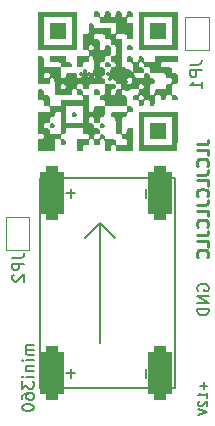
<source format=gbo>
%TF.GenerationSoftware,KiCad,Pcbnew,(6.0.0)*%
%TF.CreationDate,2022-02-01T12:30:33+01:00*%
%TF.ProjectId,RGBW-Controller,52474257-2d43-46f6-9e74-726f6c6c6572,rev?*%
%TF.SameCoordinates,Original*%
%TF.FileFunction,Legend,Bot*%
%TF.FilePolarity,Positive*%
%FSLAX46Y46*%
G04 Gerber Fmt 4.6, Leading zero omitted, Abs format (unit mm)*
G04 Created by KiCad (PCBNEW (6.0.0)) date 2022-02-01 12:30:33*
%MOMM*%
%LPD*%
G01*
G04 APERTURE LIST*
G04 Aperture macros list*
%AMRoundRect*
0 Rectangle with rounded corners*
0 $1 Rounding radius*
0 $2 $3 $4 $5 $6 $7 $8 $9 X,Y pos of 4 corners*
0 Add a 4 corners polygon primitive as box body*
4,1,4,$2,$3,$4,$5,$6,$7,$8,$9,$2,$3,0*
0 Add four circle primitives for the rounded corners*
1,1,$1+$1,$2,$3*
1,1,$1+$1,$4,$5*
1,1,$1+$1,$6,$7*
1,1,$1+$1,$8,$9*
0 Add four rect primitives between the rounded corners*
20,1,$1+$1,$2,$3,$4,$5,0*
20,1,$1+$1,$4,$5,$6,$7,0*
20,1,$1+$1,$6,$7,$8,$9,0*
20,1,$1+$1,$8,$9,$2,$3,0*%
G04 Aperture macros list end*
%ADD10C,0.175000*%
%ADD11C,0.250000*%
%ADD12C,0.200000*%
%ADD13C,0.300000*%
%ADD14C,0.150000*%
%ADD15C,0.120000*%
%ADD16R,1.700000X1.700000*%
%ADD17O,1.700000X1.700000*%
%ADD18RoundRect,0.500000X0.500000X-1.750000X0.500000X1.750000X-0.500000X1.750000X-0.500000X-1.750000X0*%
%ADD19R,1.500000X1.000000*%
G04 APERTURE END LIST*
D10*
X144681171Y-90982171D02*
X144681171Y-91553600D01*
X144966885Y-91267885D02*
X144395457Y-91267885D01*
X144966885Y-92303600D02*
X144966885Y-91875028D01*
X144966885Y-92089314D02*
X144216885Y-92089314D01*
X144324028Y-92017885D01*
X144395457Y-91946457D01*
X144431171Y-91875028D01*
X144288314Y-92589314D02*
X144252600Y-92625028D01*
X144216885Y-92696457D01*
X144216885Y-92875028D01*
X144252600Y-92946457D01*
X144288314Y-92982171D01*
X144359742Y-93017885D01*
X144431171Y-93017885D01*
X144538314Y-92982171D01*
X144966885Y-92553600D01*
X144966885Y-93017885D01*
X144216885Y-93232171D02*
X144966885Y-93482171D01*
X144216885Y-93732171D01*
D11*
X144079980Y-70818952D02*
X144794266Y-70818952D01*
X144937123Y-70771333D01*
X145032361Y-70676095D01*
X145079980Y-70533238D01*
X145079980Y-70438000D01*
X145079980Y-71771333D02*
X145079980Y-71295142D01*
X144079980Y-71295142D01*
X144984742Y-72676095D02*
X145032361Y-72628476D01*
X145079980Y-72485619D01*
X145079980Y-72390380D01*
X145032361Y-72247523D01*
X144937123Y-72152285D01*
X144841885Y-72104666D01*
X144651409Y-72057047D01*
X144508552Y-72057047D01*
X144318076Y-72104666D01*
X144222838Y-72152285D01*
X144127600Y-72247523D01*
X144079980Y-72390380D01*
X144079980Y-72485619D01*
X144127600Y-72628476D01*
X144175219Y-72676095D01*
X144079980Y-73390380D02*
X144794266Y-73390380D01*
X144937123Y-73342761D01*
X145032361Y-73247523D01*
X145079980Y-73104666D01*
X145079980Y-73009428D01*
X145079980Y-74342761D02*
X145079980Y-73866571D01*
X144079980Y-73866571D01*
X144984742Y-75247523D02*
X145032361Y-75199904D01*
X145079980Y-75057047D01*
X145079980Y-74961809D01*
X145032361Y-74818952D01*
X144937123Y-74723714D01*
X144841885Y-74676095D01*
X144651409Y-74628476D01*
X144508552Y-74628476D01*
X144318076Y-74676095D01*
X144222838Y-74723714D01*
X144127600Y-74818952D01*
X144079980Y-74961809D01*
X144079980Y-75057047D01*
X144127600Y-75199904D01*
X144175219Y-75247523D01*
X144079980Y-75961809D02*
X144794266Y-75961809D01*
X144937123Y-75914190D01*
X145032361Y-75818952D01*
X145079980Y-75676095D01*
X145079980Y-75580857D01*
X145079980Y-76914190D02*
X145079980Y-76438000D01*
X144079980Y-76438000D01*
X144984742Y-77818952D02*
X145032361Y-77771333D01*
X145079980Y-77628476D01*
X145079980Y-77533238D01*
X145032361Y-77390380D01*
X144937123Y-77295142D01*
X144841885Y-77247523D01*
X144651409Y-77199904D01*
X144508552Y-77199904D01*
X144318076Y-77247523D01*
X144222838Y-77295142D01*
X144127600Y-77390380D01*
X144079980Y-77533238D01*
X144079980Y-77628476D01*
X144127600Y-77771333D01*
X144175219Y-77818952D01*
X144079980Y-78533238D02*
X144794266Y-78533238D01*
X144937123Y-78485619D01*
X145032361Y-78390380D01*
X145079980Y-78247523D01*
X145079980Y-78152285D01*
X145079980Y-79485619D02*
X145079980Y-79009428D01*
X144079980Y-79009428D01*
X144984742Y-80390380D02*
X145032361Y-80342761D01*
X145079980Y-80199904D01*
X145079980Y-80104666D01*
X145032361Y-79961809D01*
X144937123Y-79866571D01*
X144841885Y-79818952D01*
X144651409Y-79771333D01*
X144508552Y-79771333D01*
X144318076Y-79818952D01*
X144222838Y-79866571D01*
X144127600Y-79961809D01*
X144079980Y-80104666D01*
X144079980Y-80199904D01*
X144127600Y-80342761D01*
X144175219Y-80390380D01*
D12*
X144178400Y-83210495D02*
X144130780Y-83115257D01*
X144130780Y-82972400D01*
X144178400Y-82829542D01*
X144273638Y-82734304D01*
X144368876Y-82686685D01*
X144559352Y-82639066D01*
X144702209Y-82639066D01*
X144892685Y-82686685D01*
X144987923Y-82734304D01*
X145083161Y-82829542D01*
X145130780Y-82972400D01*
X145130780Y-83067638D01*
X145083161Y-83210495D01*
X145035542Y-83258114D01*
X144702209Y-83258114D01*
X144702209Y-83067638D01*
X145130780Y-83686685D02*
X144130780Y-83686685D01*
X145130780Y-84258114D01*
X144130780Y-84258114D01*
X145130780Y-84734304D02*
X144130780Y-84734304D01*
X144130780Y-84972400D01*
X144178400Y-85115257D01*
X144273638Y-85210495D01*
X144368876Y-85258114D01*
X144559352Y-85305733D01*
X144702209Y-85305733D01*
X144892685Y-85258114D01*
X144987923Y-85210495D01*
X145083161Y-85115257D01*
X145130780Y-84972400D01*
X145130780Y-84734304D01*
D13*
%TO.C,G\u002A\u002A\u002A*%
X137892971Y-64719200D02*
X138038114Y-64646628D01*
X138255828Y-64646628D01*
X138473542Y-64719200D01*
X138618685Y-64864342D01*
X138691257Y-65009485D01*
X138763828Y-65299771D01*
X138763828Y-65517485D01*
X138691257Y-65807771D01*
X138618685Y-65952914D01*
X138473542Y-66098057D01*
X138255828Y-66170628D01*
X138110685Y-66170628D01*
X137892971Y-66098057D01*
X137820400Y-66025485D01*
X137820400Y-65517485D01*
X138110685Y-65517485D01*
X136949542Y-64646628D02*
X136949542Y-65009485D01*
X137312400Y-64864342D02*
X136949542Y-65009485D01*
X136586685Y-64864342D01*
X137167257Y-65299771D02*
X136949542Y-65009485D01*
X136731828Y-65299771D01*
X135788400Y-64646628D02*
X135788400Y-65009485D01*
X136151257Y-64864342D02*
X135788400Y-65009485D01*
X135425542Y-64864342D01*
X136006114Y-65299771D02*
X135788400Y-65009485D01*
X135570685Y-65299771D01*
X134627257Y-64646628D02*
X134627257Y-65009485D01*
X134990114Y-64864342D02*
X134627257Y-65009485D01*
X134264400Y-64864342D01*
X134844971Y-65299771D02*
X134627257Y-65009485D01*
X134409542Y-65299771D01*
D14*
%TO.C,mini360*%
X130297180Y-87790685D02*
X129630514Y-87790685D01*
X129725752Y-87790685D02*
X129678133Y-87838304D01*
X129630514Y-87933542D01*
X129630514Y-88076400D01*
X129678133Y-88171638D01*
X129773371Y-88219257D01*
X130297180Y-88219257D01*
X129773371Y-88219257D02*
X129678133Y-88266876D01*
X129630514Y-88362114D01*
X129630514Y-88504971D01*
X129678133Y-88600209D01*
X129773371Y-88647828D01*
X130297180Y-88647828D01*
X130297180Y-89124019D02*
X129630514Y-89124019D01*
X129297180Y-89124019D02*
X129344800Y-89076400D01*
X129392419Y-89124019D01*
X129344800Y-89171638D01*
X129297180Y-89124019D01*
X129392419Y-89124019D01*
X129630514Y-89600209D02*
X130297180Y-89600209D01*
X129725752Y-89600209D02*
X129678133Y-89647828D01*
X129630514Y-89743066D01*
X129630514Y-89885923D01*
X129678133Y-89981161D01*
X129773371Y-90028780D01*
X130297180Y-90028780D01*
X130297180Y-90504971D02*
X129630514Y-90504971D01*
X129297180Y-90504971D02*
X129344800Y-90457352D01*
X129392419Y-90504971D01*
X129344800Y-90552590D01*
X129297180Y-90504971D01*
X129392419Y-90504971D01*
X129297180Y-90885923D02*
X129297180Y-91504971D01*
X129678133Y-91171638D01*
X129678133Y-91314495D01*
X129725752Y-91409733D01*
X129773371Y-91457352D01*
X129868609Y-91504971D01*
X130106704Y-91504971D01*
X130201942Y-91457352D01*
X130249561Y-91409733D01*
X130297180Y-91314495D01*
X130297180Y-91028780D01*
X130249561Y-90933542D01*
X130201942Y-90885923D01*
X129297180Y-92362114D02*
X129297180Y-92171638D01*
X129344800Y-92076400D01*
X129392419Y-92028780D01*
X129535276Y-91933542D01*
X129725752Y-91885923D01*
X130106704Y-91885923D01*
X130201942Y-91933542D01*
X130249561Y-91981161D01*
X130297180Y-92076400D01*
X130297180Y-92266876D01*
X130249561Y-92362114D01*
X130201942Y-92409733D01*
X130106704Y-92457352D01*
X129868609Y-92457352D01*
X129773371Y-92409733D01*
X129725752Y-92362114D01*
X129678133Y-92266876D01*
X129678133Y-92076400D01*
X129725752Y-91981161D01*
X129773371Y-91933542D01*
X129868609Y-91885923D01*
X129297180Y-93076400D02*
X129297180Y-93171638D01*
X129344800Y-93266876D01*
X129392419Y-93314495D01*
X129487657Y-93362114D01*
X129678133Y-93409733D01*
X129916228Y-93409733D01*
X130106704Y-93362114D01*
X130201942Y-93314495D01*
X130249561Y-93266876D01*
X130297180Y-93171638D01*
X130297180Y-93076400D01*
X130249561Y-92981161D01*
X130201942Y-92933542D01*
X130106704Y-92885923D01*
X129916228Y-92838304D01*
X129678133Y-92838304D01*
X129487657Y-92885923D01*
X129392419Y-92933542D01*
X129344800Y-92981161D01*
X129297180Y-93076400D01*
X139771428Y-74599847D02*
X139771428Y-75361752D01*
X133421428Y-74599847D02*
X133421428Y-75361752D01*
X133802380Y-74980800D02*
X133040476Y-74980800D01*
X133421428Y-89839847D02*
X133421428Y-90601752D01*
X133802380Y-90220800D02*
X133040476Y-90220800D01*
X139771428Y-89839847D02*
X139771428Y-90601752D01*
%TO.C,JP2*%
X128484380Y-80446666D02*
X129198666Y-80446666D01*
X129341523Y-80399047D01*
X129436761Y-80303809D01*
X129484380Y-80160952D01*
X129484380Y-80065714D01*
X129484380Y-80922857D02*
X128484380Y-80922857D01*
X128484380Y-81303809D01*
X128532000Y-81399047D01*
X128579619Y-81446666D01*
X128674857Y-81494285D01*
X128817714Y-81494285D01*
X128912952Y-81446666D01*
X128960571Y-81399047D01*
X129008190Y-81303809D01*
X129008190Y-80922857D01*
X128579619Y-81875238D02*
X128532000Y-81922857D01*
X128484380Y-82018095D01*
X128484380Y-82256190D01*
X128532000Y-82351428D01*
X128579619Y-82399047D01*
X128674857Y-82446666D01*
X128770095Y-82446666D01*
X128912952Y-82399047D01*
X129484380Y-81827619D01*
X129484380Y-82446666D01*
%TO.C,JP1*%
X143521180Y-64089066D02*
X144235466Y-64089066D01*
X144378323Y-64041447D01*
X144473561Y-63946209D01*
X144521180Y-63803352D01*
X144521180Y-63708114D01*
X144521180Y-64565257D02*
X143521180Y-64565257D01*
X143521180Y-64946209D01*
X143568800Y-65041447D01*
X143616419Y-65089066D01*
X143711657Y-65136685D01*
X143854514Y-65136685D01*
X143949752Y-65089066D01*
X143997371Y-65041447D01*
X144044990Y-64946209D01*
X144044990Y-64565257D01*
X144521180Y-66089066D02*
X144521180Y-65517638D01*
X144521180Y-65803352D02*
X143521180Y-65803352D01*
X143664038Y-65708114D01*
X143759276Y-65612876D01*
X143806895Y-65517638D01*
%TO.C,G\u002A\u002A\u002A*%
G36*
X136660855Y-63877588D02*
G01*
X136777063Y-63932928D01*
X136804400Y-64084200D01*
X136798334Y-64176245D01*
X136731927Y-64273085D01*
X136550400Y-64295867D01*
X136439946Y-64290812D01*
X136323738Y-64235472D01*
X136296400Y-64084200D01*
X136302466Y-63992154D01*
X136368873Y-63895314D01*
X136550400Y-63872533D01*
X136660855Y-63877588D01*
G37*
G36*
X142443854Y-65676136D02*
G01*
X142368274Y-65727380D01*
X142223067Y-65735200D01*
X142219183Y-65735200D01*
X142075656Y-65743499D01*
X142001283Y-65796090D01*
X141973332Y-65934652D01*
X141969067Y-66200867D01*
X141969067Y-66207988D01*
X141973594Y-66471120D01*
X142002279Y-66607469D01*
X142077859Y-66658714D01*
X142223067Y-66666533D01*
X142333521Y-66671588D01*
X142449729Y-66726928D01*
X142477067Y-66878200D01*
X142471001Y-66970245D01*
X142404594Y-67067085D01*
X142223067Y-67089867D01*
X142112612Y-67084812D01*
X141996404Y-67029472D01*
X141969067Y-66878200D01*
X141963001Y-66786154D01*
X141896594Y-66689314D01*
X141715067Y-66666533D01*
X141604612Y-66671588D01*
X141488404Y-66726928D01*
X141461067Y-66878200D01*
X141460173Y-66917207D01*
X141410522Y-67054897D01*
X141249400Y-67089867D01*
X141210393Y-67088973D01*
X141072703Y-67039322D01*
X141037733Y-66878200D01*
X141031668Y-66786154D01*
X140965260Y-66689314D01*
X140783733Y-66666533D01*
X140779849Y-66666534D01*
X140636322Y-66674832D01*
X140561950Y-66727423D01*
X140533999Y-66865986D01*
X140533803Y-66878200D01*
X140529733Y-67132200D01*
X140526266Y-67364763D01*
X140502414Y-67521890D01*
X140439293Y-67585779D01*
X140318067Y-67597867D01*
X140226021Y-67591801D01*
X140129181Y-67525393D01*
X140106400Y-67343867D01*
X140098619Y-67209806D01*
X140032308Y-67110846D01*
X139852400Y-67089867D01*
X139718340Y-67097648D01*
X139619379Y-67163958D01*
X139598400Y-67343867D01*
X139593345Y-67454321D01*
X139538006Y-67570529D01*
X139386733Y-67597867D01*
X139294688Y-67591801D01*
X139197848Y-67525393D01*
X139175067Y-67343867D01*
X139167285Y-67209806D01*
X139100975Y-67110846D01*
X138921067Y-67089867D01*
X138810612Y-67084812D01*
X138694404Y-67029472D01*
X138667067Y-66878200D01*
X139175067Y-66878200D01*
X139175961Y-66917207D01*
X139225612Y-67054897D01*
X139386733Y-67089867D01*
X139425740Y-67088973D01*
X139563431Y-67039322D01*
X139598400Y-66878200D01*
X139597506Y-66839193D01*
X139547855Y-66701503D01*
X139386733Y-66666533D01*
X139347727Y-66667427D01*
X139210036Y-66717078D01*
X139175067Y-66878200D01*
X138667067Y-66878200D01*
X138673133Y-66786154D01*
X138739540Y-66689314D01*
X138921067Y-66666533D01*
X139055127Y-66658752D01*
X139154088Y-66592441D01*
X139175067Y-66412533D01*
X139175067Y-66158533D01*
X137735733Y-66158533D01*
X137735733Y-66412533D01*
X137740788Y-66522988D01*
X137796128Y-66639196D01*
X137947400Y-66666533D01*
X138053111Y-66674162D01*
X138124532Y-66726636D01*
X138153572Y-66865503D01*
X138159067Y-67132200D01*
X138159067Y-67139321D01*
X138163594Y-67402454D01*
X138192279Y-67538803D01*
X138267859Y-67590047D01*
X138413067Y-67597867D01*
X138547127Y-67605648D01*
X138646088Y-67671958D01*
X138667067Y-67851867D01*
X138659285Y-67985927D01*
X138592975Y-68084887D01*
X138413067Y-68105867D01*
X138302612Y-68110921D01*
X138186404Y-68166261D01*
X138159067Y-68317533D01*
X138158173Y-68356540D01*
X138108522Y-68494230D01*
X137947400Y-68529200D01*
X137845712Y-68535621D01*
X137782806Y-68577273D01*
X137750081Y-68687681D01*
X137737677Y-68900370D01*
X137735733Y-69248867D01*
X137737622Y-69594607D01*
X137749873Y-69808488D01*
X137782346Y-69919752D01*
X137844901Y-69961926D01*
X137947400Y-69968533D01*
X138039446Y-69962467D01*
X138136286Y-69896060D01*
X138159067Y-69714533D01*
X138166848Y-69580473D01*
X138233159Y-69481512D01*
X138413067Y-69460533D01*
X138667067Y-69460533D01*
X138667067Y-71407867D01*
X137227733Y-71407867D01*
X137227733Y-71153867D01*
X137222679Y-71043412D01*
X137167339Y-70927204D01*
X137016067Y-70899867D01*
X136924021Y-70905932D01*
X136827181Y-70972340D01*
X136804400Y-71153867D01*
X136796619Y-71287927D01*
X136730308Y-71386887D01*
X136550400Y-71407867D01*
X136296400Y-71407867D01*
X136296400Y-70899867D01*
X136296395Y-70882061D01*
X136291305Y-70607958D01*
X136265377Y-70461399D01*
X136202042Y-70402623D01*
X136084733Y-70391867D01*
X135992688Y-70397932D01*
X135895848Y-70464340D01*
X135873067Y-70645867D01*
X135865285Y-70779927D01*
X135798975Y-70878887D01*
X135619067Y-70899867D01*
X135485007Y-70892085D01*
X135386046Y-70825775D01*
X135365067Y-70645867D01*
X135360012Y-70535412D01*
X135304672Y-70419204D01*
X135153400Y-70391867D01*
X135061355Y-70397932D01*
X134964515Y-70464340D01*
X134941733Y-70645867D01*
X134933952Y-70779927D01*
X134867642Y-70878887D01*
X134687733Y-70899867D01*
X134553673Y-70907648D01*
X134454713Y-70973958D01*
X134433733Y-71153867D01*
X134425952Y-71287927D01*
X134359642Y-71386887D01*
X134179733Y-71407867D01*
X133925733Y-71407867D01*
X133925733Y-70391867D01*
X134433733Y-70391867D01*
X134451539Y-70391862D01*
X134725642Y-70386772D01*
X134872201Y-70360843D01*
X134930977Y-70297508D01*
X134941733Y-70180200D01*
X134935668Y-70088154D01*
X134869260Y-69991314D01*
X134687733Y-69968533D01*
X134553673Y-69960752D01*
X134454713Y-69894441D01*
X134433733Y-69714533D01*
X134433733Y-69460533D01*
X132994400Y-69460533D01*
X132994400Y-69714533D01*
X132989345Y-69824988D01*
X132934006Y-69941196D01*
X132782733Y-69968533D01*
X132743727Y-69969427D01*
X132606036Y-70019078D01*
X132571067Y-70180200D01*
X132571961Y-70219207D01*
X132621612Y-70356897D01*
X132782733Y-70391867D01*
X132874779Y-70397932D01*
X132971619Y-70464340D01*
X132994400Y-70645867D01*
X132989345Y-70756321D01*
X132934006Y-70872529D01*
X132782733Y-70899867D01*
X132690688Y-70893801D01*
X132593848Y-70827393D01*
X132571067Y-70645867D01*
X132563285Y-70511806D01*
X132496975Y-70412846D01*
X132317067Y-70391867D01*
X132063067Y-70391867D01*
X132063067Y-71407867D01*
X130623733Y-71407867D01*
X130623733Y-70391867D01*
X130877733Y-70391867D01*
X130988188Y-70386812D01*
X131104396Y-70331472D01*
X131131733Y-70180200D01*
X131125668Y-70088154D01*
X131059260Y-69991314D01*
X130877733Y-69968533D01*
X130623733Y-69968533D01*
X130623733Y-69248867D01*
X131131733Y-69248867D01*
X131137799Y-69340912D01*
X131204207Y-69437752D01*
X131385733Y-69460533D01*
X131519794Y-69468315D01*
X131618754Y-69534625D01*
X131639733Y-69714533D01*
X131639734Y-69718417D01*
X131648032Y-69861944D01*
X131700623Y-69936317D01*
X131839186Y-69964268D01*
X132105400Y-69968533D01*
X132571067Y-69968533D01*
X132571067Y-69037200D01*
X132994400Y-69037200D01*
X134433733Y-69037200D01*
X134433733Y-68783200D01*
X134941733Y-68783200D01*
X134946788Y-68893654D01*
X135002128Y-69009862D01*
X135153400Y-69037200D01*
X135192407Y-69038094D01*
X135330097Y-69087745D01*
X135365067Y-69248867D01*
X135371133Y-69340912D01*
X135437540Y-69437752D01*
X135619067Y-69460533D01*
X135753127Y-69468315D01*
X135852088Y-69534625D01*
X135873067Y-69714533D01*
X135865285Y-69848593D01*
X135798975Y-69947554D01*
X135619067Y-69968533D01*
X135508612Y-69973588D01*
X135392404Y-70028928D01*
X135365067Y-70180200D01*
X135371133Y-70272245D01*
X135437540Y-70369085D01*
X135619067Y-70391867D01*
X135729521Y-70386812D01*
X135845729Y-70331472D01*
X135873067Y-70180200D01*
X135873961Y-70141193D01*
X135923612Y-70003503D01*
X136084733Y-69968533D01*
X136123740Y-69969427D01*
X136261431Y-70019078D01*
X136296400Y-70180200D01*
X136304029Y-70285910D01*
X136356503Y-70357332D01*
X136495370Y-70386372D01*
X136762067Y-70391867D01*
X136769188Y-70391867D01*
X137032321Y-70396393D01*
X137168670Y-70425079D01*
X137219914Y-70500659D01*
X137227733Y-70645867D01*
X137227734Y-70649751D01*
X137236032Y-70793278D01*
X137288623Y-70867650D01*
X137427186Y-70895601D01*
X137693400Y-70899867D01*
X137700521Y-70899866D01*
X137963654Y-70895340D01*
X138100003Y-70866654D01*
X138151247Y-70791074D01*
X138159067Y-70645867D01*
X138154012Y-70535412D01*
X138098672Y-70419204D01*
X137947400Y-70391867D01*
X137908393Y-70390973D01*
X137770703Y-70341322D01*
X137735733Y-70180200D01*
X137729668Y-70088154D01*
X137663260Y-69991314D01*
X137481733Y-69968533D01*
X137227733Y-69968533D01*
X137227733Y-69248867D01*
X137225845Y-68903126D01*
X137213594Y-68689245D01*
X137181121Y-68577981D01*
X137118566Y-68535807D01*
X137016067Y-68529200D01*
X136977060Y-68528306D01*
X136839370Y-68478655D01*
X136804400Y-68317533D01*
X136808510Y-68228329D01*
X136843741Y-68158557D01*
X136944656Y-68122087D01*
X137145804Y-68108122D01*
X137481733Y-68105867D01*
X138159067Y-68105867D01*
X138159067Y-67597867D01*
X136296400Y-67597867D01*
X136296400Y-68063533D01*
X136292932Y-68296096D01*
X136269081Y-68453223D01*
X136205959Y-68517112D01*
X136084733Y-68529200D01*
X135992688Y-68535266D01*
X135895848Y-68601673D01*
X135873067Y-68783200D01*
X135865285Y-68917260D01*
X135798975Y-69016221D01*
X135619067Y-69037200D01*
X135485007Y-69029418D01*
X135386046Y-68963108D01*
X135365067Y-68783200D01*
X135360012Y-68672745D01*
X135304672Y-68556537D01*
X135153400Y-68529200D01*
X135061355Y-68535266D01*
X134964515Y-68601673D01*
X134941733Y-68783200D01*
X134433733Y-68783200D01*
X134433733Y-67597867D01*
X132994400Y-67597867D01*
X132994400Y-69037200D01*
X132571067Y-69037200D01*
X132571067Y-68105867D01*
X132317067Y-68105867D01*
X132206612Y-68110921D01*
X132090404Y-68166261D01*
X132063067Y-68317533D01*
X132062173Y-68356540D01*
X132012522Y-68494230D01*
X131851400Y-68529200D01*
X131759355Y-68535266D01*
X131662515Y-68601673D01*
X131639733Y-68783200D01*
X131631952Y-68917260D01*
X131565642Y-69016221D01*
X131385733Y-69037200D01*
X131275279Y-69042255D01*
X131159071Y-69097594D01*
X131131733Y-69248867D01*
X130623733Y-69248867D01*
X130623733Y-68105867D01*
X131639733Y-68105867D01*
X131639733Y-67851867D01*
X131631952Y-67717806D01*
X131565642Y-67618846D01*
X131385733Y-67597867D01*
X131251673Y-67590085D01*
X131152713Y-67523775D01*
X131131733Y-67343867D01*
X131123952Y-67209806D01*
X131057642Y-67110846D01*
X130877733Y-67089867D01*
X130873849Y-67089866D01*
X130730322Y-67081568D01*
X130655950Y-67028977D01*
X130627999Y-66890414D01*
X130623733Y-66624200D01*
X130623734Y-66617079D01*
X130628260Y-66353946D01*
X130656946Y-66217597D01*
X130732526Y-66166353D01*
X130877733Y-66158533D01*
X131011794Y-66166315D01*
X131110754Y-66232625D01*
X131131733Y-66412533D01*
X131139515Y-66546593D01*
X131205825Y-66645554D01*
X131385733Y-66666533D01*
X131389618Y-66666534D01*
X131533145Y-66674832D01*
X131607517Y-66727423D01*
X131635468Y-66865986D01*
X131639733Y-67132200D01*
X131639733Y-67597867D01*
X132105400Y-67597867D01*
X132112521Y-67597866D01*
X132375654Y-67593340D01*
X132512003Y-67564654D01*
X132563247Y-67489074D01*
X132571067Y-67343867D01*
X132571067Y-67089867D01*
X134433733Y-67089867D01*
X134433733Y-66878200D01*
X134427668Y-66786154D01*
X134361260Y-66689314D01*
X134179733Y-66666533D01*
X134045673Y-66658752D01*
X133946713Y-66592441D01*
X133925733Y-66412533D01*
X133920679Y-66302079D01*
X133865339Y-66185871D01*
X133714067Y-66158533D01*
X133622021Y-66164599D01*
X133525181Y-66231006D01*
X133502400Y-66412533D01*
X133502400Y-66666533D01*
X132063067Y-66666533D01*
X132063067Y-65946867D01*
X132571067Y-65946867D01*
X132571961Y-65985873D01*
X132621612Y-66123564D01*
X132782733Y-66158533D01*
X132821740Y-66157639D01*
X132959431Y-66107988D01*
X132994400Y-65946867D01*
X133925733Y-65946867D01*
X133931799Y-66038912D01*
X133998207Y-66135752D01*
X134179733Y-66158533D01*
X134313794Y-66166315D01*
X134412754Y-66232625D01*
X134433733Y-66412533D01*
X134441515Y-66546593D01*
X134507825Y-66645554D01*
X134687733Y-66666533D01*
X134941733Y-66666533D01*
X134941733Y-67386200D01*
X134943622Y-67731941D01*
X134955873Y-67945821D01*
X134988346Y-68057086D01*
X135050901Y-68099259D01*
X135153400Y-68105867D01*
X135245446Y-68099801D01*
X135342286Y-68033393D01*
X135365067Y-67851867D01*
X135365067Y-67847982D01*
X135373366Y-67704455D01*
X135425957Y-67630083D01*
X135564519Y-67602132D01*
X135830733Y-67597867D01*
X136296400Y-67597867D01*
X136296400Y-67343867D01*
X136291345Y-67233412D01*
X136236006Y-67117204D01*
X136084733Y-67089867D01*
X136045727Y-67088973D01*
X135908036Y-67039322D01*
X135873067Y-66878200D01*
X135873961Y-66839193D01*
X135923612Y-66701503D01*
X136084733Y-66666533D01*
X136190444Y-66658904D01*
X136261865Y-66606430D01*
X136290906Y-66467564D01*
X136296400Y-66200867D01*
X136296400Y-65735200D01*
X136762067Y-65735200D01*
X136994630Y-65738668D01*
X137151757Y-65762519D01*
X137215646Y-65825641D01*
X137227733Y-65946867D01*
X137226840Y-65985873D01*
X137177189Y-66123564D01*
X137016067Y-66158533D01*
X136924021Y-66164599D01*
X136827181Y-66231006D01*
X136804400Y-66412533D01*
X136809455Y-66522988D01*
X136864795Y-66639196D01*
X137016067Y-66666533D01*
X137108112Y-66660467D01*
X137204952Y-66594060D01*
X137227733Y-66412533D01*
X137235515Y-66278473D01*
X137301825Y-66179512D01*
X137481733Y-66158533D01*
X137592188Y-66153478D01*
X137708396Y-66098139D01*
X137735733Y-65946867D01*
X139175067Y-65946867D01*
X139175961Y-65985873D01*
X139225612Y-66123564D01*
X139386733Y-66158533D01*
X139425740Y-66157639D01*
X139563431Y-66107988D01*
X139598400Y-65946867D01*
X139597506Y-65907860D01*
X139547855Y-65770169D01*
X139386733Y-65735200D01*
X139347727Y-65736094D01*
X139210036Y-65785745D01*
X139175067Y-65946867D01*
X137735733Y-65946867D01*
X137729668Y-65854821D01*
X137663260Y-65757981D01*
X137481733Y-65735200D01*
X137477849Y-65735199D01*
X137334322Y-65726901D01*
X137259950Y-65674310D01*
X137231999Y-65535747D01*
X137231125Y-65481200D01*
X138159067Y-65481200D01*
X138166848Y-65615260D01*
X138233159Y-65714221D01*
X138413067Y-65735200D01*
X138547127Y-65727418D01*
X138646088Y-65661108D01*
X138667067Y-65481200D01*
X138667067Y-65477316D01*
X138675366Y-65333789D01*
X138727957Y-65259416D01*
X138866519Y-65231465D01*
X139132733Y-65227200D01*
X139365296Y-65223732D01*
X139522424Y-65199880D01*
X139586312Y-65136759D01*
X139598400Y-65015533D01*
X139604466Y-64923488D01*
X139670873Y-64826648D01*
X139852400Y-64803867D01*
X139962855Y-64808921D01*
X140079063Y-64864261D01*
X140106400Y-65015533D01*
X140107294Y-65054540D01*
X140156945Y-65192230D01*
X140318067Y-65227200D01*
X140410112Y-65233266D01*
X140506952Y-65299673D01*
X140529733Y-65481200D01*
X140524679Y-65591654D01*
X140469339Y-65707862D01*
X140318067Y-65735200D01*
X140212356Y-65742829D01*
X140140935Y-65795303D01*
X140111895Y-65934169D01*
X140111633Y-65946867D01*
X140106400Y-66200867D01*
X140109868Y-66433429D01*
X140133720Y-66590557D01*
X140196841Y-66654445D01*
X140318067Y-66666533D01*
X140410112Y-66660467D01*
X140506952Y-66594060D01*
X140529733Y-66412533D01*
X140529734Y-66408649D01*
X140538032Y-66265122D01*
X140590623Y-66190750D01*
X140729186Y-66162798D01*
X140995400Y-66158533D01*
X141227963Y-66155065D01*
X141385090Y-66131214D01*
X141448979Y-66068092D01*
X141461067Y-65946867D01*
X141467133Y-65854821D01*
X141533540Y-65757981D01*
X141715067Y-65735200D01*
X141849127Y-65727418D01*
X141948088Y-65661108D01*
X141969067Y-65481200D01*
X141961285Y-65347140D01*
X141894975Y-65248179D01*
X141715067Y-65227200D01*
X141604612Y-65222145D01*
X141488404Y-65166805D01*
X141461067Y-65015533D01*
X141456957Y-64926329D01*
X141421726Y-64856557D01*
X141320811Y-64820087D01*
X141119663Y-64806122D01*
X140783733Y-64803867D01*
X140106400Y-64803867D01*
X140106400Y-64549867D01*
X140098619Y-64415806D01*
X140032308Y-64316846D01*
X139852400Y-64295867D01*
X139741946Y-64290812D01*
X139625738Y-64235472D01*
X139598400Y-64084200D01*
X139597506Y-64045193D01*
X139547855Y-63907503D01*
X139386733Y-63872533D01*
X139347727Y-63873427D01*
X139210036Y-63923078D01*
X139175067Y-64084200D01*
X139175961Y-64123207D01*
X139225612Y-64260897D01*
X139386733Y-64295867D01*
X139478779Y-64301932D01*
X139575619Y-64368340D01*
X139598400Y-64549867D01*
X139598400Y-64553751D01*
X139590101Y-64697278D01*
X139537510Y-64771650D01*
X139398948Y-64799601D01*
X139132733Y-64803867D01*
X138900171Y-64807334D01*
X138743043Y-64831186D01*
X138679155Y-64894307D01*
X138667067Y-65015533D01*
X138661001Y-65107579D01*
X138594594Y-65204419D01*
X138413067Y-65227200D01*
X138279007Y-65234981D01*
X138180046Y-65301292D01*
X138159067Y-65481200D01*
X137231125Y-65481200D01*
X137227733Y-65269533D01*
X137224266Y-65036970D01*
X137200414Y-64879843D01*
X137137293Y-64815954D01*
X137016067Y-64803867D01*
X136924021Y-64797801D01*
X136827181Y-64731393D01*
X136804400Y-64549867D01*
X136809455Y-64439412D01*
X136864795Y-64323204D01*
X137016067Y-64295867D01*
X137055074Y-64294973D01*
X137192764Y-64245322D01*
X137227733Y-64084200D01*
X137226840Y-64045193D01*
X137177189Y-63907503D01*
X137016067Y-63872533D01*
X136924021Y-63866467D01*
X136827181Y-63800060D01*
X136804400Y-63618533D01*
X136809455Y-63508079D01*
X136864795Y-63391871D01*
X137016067Y-63364533D01*
X137121777Y-63356904D01*
X137193199Y-63304430D01*
X137222239Y-63165564D01*
X137227733Y-62898867D01*
X137224266Y-62666304D01*
X137200414Y-62509176D01*
X137137293Y-62445288D01*
X137016067Y-62433200D01*
X136924021Y-62427134D01*
X136827181Y-62360727D01*
X136804400Y-62179200D01*
X136796619Y-62045140D01*
X136730308Y-61946179D01*
X136550400Y-61925200D01*
X136439946Y-61920145D01*
X136323738Y-61864805D01*
X136296400Y-61713533D01*
X136288771Y-61607823D01*
X136236297Y-61536401D01*
X136097431Y-61507361D01*
X135830733Y-61501867D01*
X135598171Y-61505334D01*
X135441043Y-61529186D01*
X135377155Y-61592307D01*
X135365067Y-61713533D01*
X135371133Y-61805579D01*
X135437540Y-61902419D01*
X135619067Y-61925200D01*
X135622951Y-61925200D01*
X135766478Y-61933499D01*
X135840850Y-61986090D01*
X135868802Y-62124652D01*
X135873067Y-62390867D01*
X135876535Y-62623429D01*
X135879789Y-62644867D01*
X135900386Y-62780557D01*
X135963508Y-62844445D01*
X136084733Y-62856533D01*
X136123740Y-62855639D01*
X136261431Y-62805988D01*
X136296400Y-62644867D01*
X136302466Y-62552821D01*
X136368873Y-62455981D01*
X136550400Y-62433200D01*
X136554284Y-62433200D01*
X136697811Y-62441499D01*
X136772184Y-62494090D01*
X136800135Y-62632652D01*
X136804400Y-62898867D01*
X136804400Y-62905988D01*
X136799873Y-63169120D01*
X136771188Y-63305469D01*
X136695608Y-63356714D01*
X136550400Y-63364533D01*
X136416340Y-63372315D01*
X136317379Y-63438625D01*
X136296400Y-63618533D01*
X136291345Y-63728988D01*
X136236006Y-63845196D01*
X136084733Y-63872533D01*
X136045727Y-63873427D01*
X135908036Y-63923078D01*
X135873067Y-64084200D01*
X135873961Y-64123207D01*
X135923612Y-64260897D01*
X136084733Y-64295867D01*
X136176779Y-64301932D01*
X136273619Y-64368340D01*
X136296400Y-64549867D01*
X136296400Y-64553751D01*
X136288101Y-64697278D01*
X136235510Y-64771650D01*
X136096948Y-64799601D01*
X135830733Y-64803867D01*
X135598171Y-64807334D01*
X135441043Y-64831186D01*
X135377155Y-64894307D01*
X135365067Y-65015533D01*
X135372696Y-65121244D01*
X135425170Y-65192665D01*
X135564036Y-65221705D01*
X135830733Y-65227200D01*
X135837855Y-65227200D01*
X136100987Y-65231727D01*
X136237336Y-65260412D01*
X136288581Y-65335992D01*
X136296400Y-65481200D01*
X136296400Y-65735200D01*
X135619067Y-65735200D01*
X135333612Y-65736484D01*
X135110342Y-65747494D01*
X134993638Y-65779030D01*
X134948951Y-65841889D01*
X134941733Y-65946867D01*
X134935668Y-66038912D01*
X134869260Y-66135752D01*
X134687733Y-66158533D01*
X134577279Y-66153478D01*
X134461071Y-66098139D01*
X134433733Y-65946867D01*
X134427668Y-65854821D01*
X134361260Y-65757981D01*
X134179733Y-65735200D01*
X134069279Y-65740255D01*
X133953071Y-65795594D01*
X133925733Y-65946867D01*
X132994400Y-65946867D01*
X132993506Y-65907860D01*
X132943855Y-65770169D01*
X132782733Y-65735200D01*
X132743727Y-65736094D01*
X132606036Y-65785745D01*
X132571067Y-65946867D01*
X132063067Y-65946867D01*
X132061178Y-65601126D01*
X132048928Y-65387245D01*
X132016455Y-65275981D01*
X131953899Y-65233807D01*
X131851400Y-65227200D01*
X131759355Y-65233266D01*
X131662515Y-65299673D01*
X131639733Y-65481200D01*
X131639733Y-65735200D01*
X130623733Y-65735200D01*
X130623733Y-65015533D01*
X131131733Y-65015533D01*
X131137799Y-65107579D01*
X131204207Y-65204419D01*
X131385733Y-65227200D01*
X131496188Y-65222145D01*
X131612396Y-65166805D01*
X131639733Y-65015533D01*
X131633668Y-64923488D01*
X131567260Y-64826648D01*
X131385733Y-64803867D01*
X131275279Y-64808921D01*
X131159071Y-64864261D01*
X131131733Y-65015533D01*
X130623733Y-65015533D01*
X130623733Y-63364533D01*
X130877733Y-63364533D01*
X130881618Y-63364534D01*
X131025145Y-63372832D01*
X131099517Y-63425423D01*
X131127468Y-63563986D01*
X131131733Y-63830200D01*
X131131733Y-64295867D01*
X131851400Y-64295867D01*
X132197141Y-64293978D01*
X132411022Y-64281727D01*
X132522286Y-64249254D01*
X132564459Y-64186699D01*
X132571067Y-64084200D01*
X132563438Y-63978489D01*
X132510964Y-63907068D01*
X132372097Y-63878028D01*
X132105400Y-63872533D01*
X132098279Y-63872533D01*
X131835146Y-63868006D01*
X131698797Y-63839321D01*
X131647553Y-63763741D01*
X131639733Y-63618533D01*
X131639733Y-63364533D01*
X132994400Y-63364533D01*
X132994400Y-63618533D01*
X133002182Y-63752593D01*
X133068492Y-63851554D01*
X133248400Y-63872533D01*
X133358855Y-63877588D01*
X133475063Y-63932928D01*
X133502400Y-64084200D01*
X133494771Y-64189910D01*
X133442297Y-64261332D01*
X133303431Y-64290372D01*
X133036733Y-64295867D01*
X132571067Y-64295867D01*
X132571067Y-64761533D01*
X132574535Y-64994096D01*
X132577789Y-65015533D01*
X132598386Y-65151223D01*
X132661508Y-65215112D01*
X132782733Y-65227200D01*
X132821740Y-65226306D01*
X132959431Y-65176655D01*
X132994400Y-65015533D01*
X133002029Y-64909823D01*
X133054503Y-64838401D01*
X133193370Y-64809361D01*
X133460067Y-64803867D01*
X133692630Y-64807334D01*
X133849757Y-64831186D01*
X133913646Y-64894307D01*
X133925733Y-65015533D01*
X133925745Y-65022952D01*
X133937961Y-65137162D01*
X134000190Y-65198228D01*
X134152193Y-65222718D01*
X134433733Y-65227200D01*
X134451539Y-65227195D01*
X134725642Y-65222105D01*
X134872201Y-65196176D01*
X134930977Y-65132842D01*
X134941733Y-65015533D01*
X134942627Y-64976526D01*
X134992278Y-64838836D01*
X135153400Y-64803867D01*
X135255089Y-64797445D01*
X135317995Y-64755793D01*
X135350720Y-64645385D01*
X135363123Y-64432696D01*
X135365067Y-64084200D01*
X135363178Y-63738459D01*
X135350928Y-63524578D01*
X135318455Y-63413314D01*
X135255899Y-63371141D01*
X135153400Y-63364533D01*
X135061355Y-63370599D01*
X134964515Y-63437006D01*
X134941733Y-63618533D01*
X134933952Y-63752593D01*
X134867642Y-63851554D01*
X134687733Y-63872533D01*
X134577279Y-63877588D01*
X134461071Y-63932928D01*
X134433733Y-64084200D01*
X134427668Y-64176245D01*
X134361260Y-64273085D01*
X134179733Y-64295867D01*
X134175849Y-64295866D01*
X134032322Y-64287568D01*
X133957950Y-64234977D01*
X133929999Y-64096414D01*
X133925733Y-63830200D01*
X133925733Y-63364533D01*
X134941733Y-63364533D01*
X134941733Y-63110533D01*
X134933952Y-62976473D01*
X134867642Y-62877512D01*
X134687733Y-62856533D01*
X134433733Y-62856533D01*
X134433733Y-62644867D01*
X134941733Y-62644867D01*
X134942627Y-62683873D01*
X134992278Y-62821564D01*
X135153400Y-62856533D01*
X135192407Y-62855639D01*
X135330097Y-62805988D01*
X135365067Y-62644867D01*
X135364173Y-62605860D01*
X135314522Y-62468169D01*
X135153400Y-62433200D01*
X135114393Y-62434094D01*
X134976703Y-62483745D01*
X134941733Y-62644867D01*
X134433733Y-62644867D01*
X134433733Y-61501867D01*
X134687733Y-61501867D01*
X134691618Y-61501866D01*
X134835145Y-61493568D01*
X134909517Y-61440977D01*
X134937468Y-61302414D01*
X134941733Y-61036200D01*
X134945201Y-60803637D01*
X134969053Y-60646510D01*
X135032174Y-60582621D01*
X135153400Y-60570533D01*
X135192407Y-60571427D01*
X135330097Y-60621078D01*
X135365067Y-60782200D01*
X135371488Y-60883888D01*
X135413140Y-60946794D01*
X135523548Y-60979519D01*
X135736237Y-60991923D01*
X136084733Y-60993867D01*
X136804400Y-60993867D01*
X136804400Y-61247867D01*
X136809455Y-61358321D01*
X136864795Y-61474529D01*
X137016067Y-61501867D01*
X137121777Y-61494238D01*
X137193199Y-61441764D01*
X137222239Y-61302897D01*
X137227733Y-61036200D01*
X137227733Y-60570533D01*
X135873067Y-60570533D01*
X135873067Y-60316533D01*
X135865285Y-60182473D01*
X135798975Y-60083512D01*
X135619067Y-60062533D01*
X135485007Y-60054752D01*
X135386046Y-59988441D01*
X135365067Y-59808533D01*
X135372848Y-59674473D01*
X135439159Y-59575512D01*
X135619067Y-59554533D01*
X135753127Y-59562315D01*
X135852088Y-59628625D01*
X135873067Y-59808533D01*
X135878122Y-59918988D01*
X135933461Y-60035196D01*
X136084733Y-60062533D01*
X136176779Y-60056467D01*
X136273619Y-59990060D01*
X136296400Y-59808533D01*
X136304182Y-59674473D01*
X136370492Y-59575512D01*
X136550400Y-59554533D01*
X136684460Y-59562315D01*
X136783421Y-59628625D01*
X136804400Y-59808533D01*
X136809455Y-59918988D01*
X136864795Y-60035196D01*
X137016067Y-60062533D01*
X137108112Y-60056467D01*
X137204952Y-59990060D01*
X137227733Y-59808533D01*
X137235515Y-59674473D01*
X137301825Y-59575512D01*
X137481733Y-59554533D01*
X137615794Y-59562315D01*
X137714754Y-59628625D01*
X137735733Y-59808533D01*
X137740788Y-59918988D01*
X137796128Y-60035196D01*
X137947400Y-60062533D01*
X138039446Y-60056467D01*
X138136286Y-59990060D01*
X138159067Y-59808533D01*
X138166848Y-59674473D01*
X138233159Y-59575512D01*
X138413067Y-59554533D01*
X138547127Y-59562315D01*
X138646088Y-59628625D01*
X138667067Y-59808533D01*
X138659285Y-59942593D01*
X138592975Y-60041554D01*
X138413067Y-60062533D01*
X138279007Y-60070315D01*
X138180046Y-60136625D01*
X138159067Y-60316533D01*
X138166848Y-60450593D01*
X138233159Y-60549554D01*
X138413067Y-60570533D01*
X138667067Y-60570533D01*
X138667067Y-61925200D01*
X138413067Y-61925200D01*
X138302612Y-61920145D01*
X138186404Y-61864805D01*
X138159067Y-61713533D01*
X138151438Y-61607823D01*
X138098964Y-61536401D01*
X137960097Y-61507361D01*
X137693400Y-61501867D01*
X137460837Y-61505334D01*
X137303710Y-61529186D01*
X137239821Y-61592307D01*
X137227733Y-61713533D01*
X137233799Y-61805579D01*
X137300207Y-61902419D01*
X137481733Y-61925200D01*
X137735733Y-61925200D01*
X137735733Y-64295867D01*
X137947400Y-64295867D01*
X138039446Y-64301932D01*
X138136286Y-64368340D01*
X138159067Y-64549867D01*
X138166848Y-64683927D01*
X138233159Y-64782887D01*
X138413067Y-64803867D01*
X138416951Y-64803866D01*
X138560478Y-64795568D01*
X138634850Y-64742977D01*
X138662802Y-64604414D01*
X138667067Y-64338200D01*
X138667067Y-64331079D01*
X138662540Y-64067946D01*
X138633854Y-63931597D01*
X138558274Y-63880353D01*
X138413067Y-63872533D01*
X138279007Y-63864752D01*
X138180046Y-63798441D01*
X138159067Y-63618533D01*
X138166848Y-63484473D01*
X138233159Y-63385512D01*
X138413067Y-63364533D01*
X138547127Y-63372315D01*
X138646088Y-63438625D01*
X138667067Y-63618533D01*
X138674848Y-63752593D01*
X138741159Y-63851554D01*
X138921067Y-63872533D01*
X139055127Y-63864752D01*
X139154088Y-63798441D01*
X139175067Y-63618533D01*
X139180122Y-63508079D01*
X139235461Y-63391871D01*
X139386733Y-63364533D01*
X139478779Y-63370599D01*
X139575619Y-63437006D01*
X139598400Y-63618533D01*
X139598401Y-63622417D01*
X139606699Y-63765944D01*
X139659290Y-63840317D01*
X139797853Y-63868268D01*
X140064067Y-63872533D01*
X140071188Y-63872533D01*
X140334321Y-63868006D01*
X140470670Y-63839321D01*
X140521914Y-63763741D01*
X140529733Y-63618533D01*
X140529733Y-63364533D01*
X142477067Y-63364533D01*
X142477067Y-63872533D01*
X141757400Y-63872533D01*
X141411659Y-63874422D01*
X141197779Y-63886672D01*
X141086514Y-63919145D01*
X141044341Y-63981701D01*
X141037733Y-64084200D01*
X141045362Y-64189910D01*
X141097836Y-64261332D01*
X141236703Y-64290372D01*
X141503400Y-64295867D01*
X141510521Y-64295867D01*
X141773654Y-64300393D01*
X141910003Y-64329079D01*
X141961247Y-64404659D01*
X141969067Y-64549867D01*
X141976848Y-64683927D01*
X142043159Y-64782887D01*
X142223067Y-64803867D01*
X142226951Y-64803867D01*
X142370478Y-64812165D01*
X142444850Y-64864756D01*
X142472802Y-65003319D01*
X142477067Y-65269533D01*
X142477067Y-65276654D01*
X142473548Y-65481200D01*
X142472540Y-65539787D01*
X142443854Y-65676136D01*
G37*
G36*
X131890407Y-69038094D02*
G01*
X132028097Y-69087745D01*
X132063067Y-69248867D01*
X132062173Y-69287873D01*
X132012522Y-69425564D01*
X131851400Y-69460533D01*
X131812393Y-69459639D01*
X131674703Y-69409988D01*
X131639733Y-69248867D01*
X131640627Y-69209860D01*
X131690278Y-69072169D01*
X131851400Y-69037200D01*
X131890407Y-69038094D01*
G37*
G36*
X141461067Y-61925200D02*
G01*
X140106400Y-61925200D01*
X140106400Y-60570533D01*
X141461067Y-60570533D01*
X141461067Y-61925200D01*
G37*
G36*
X133753074Y-68106760D02*
G01*
X133890764Y-68156411D01*
X133925733Y-68317533D01*
X133924840Y-68356540D01*
X133875189Y-68494230D01*
X133714067Y-68529200D01*
X133675060Y-68528306D01*
X133537370Y-68478655D01*
X133502400Y-68317533D01*
X133503294Y-68278526D01*
X133552945Y-68140836D01*
X133714067Y-68105867D01*
X133753074Y-68106760D01*
G37*
G36*
X135753127Y-66166315D02*
G01*
X135852088Y-66232625D01*
X135873067Y-66412533D01*
X135865285Y-66546593D01*
X135798975Y-66645554D01*
X135619067Y-66666533D01*
X135485007Y-66658752D01*
X135386046Y-66592441D01*
X135365067Y-66412533D01*
X135372848Y-66278473D01*
X135439159Y-66179512D01*
X135619067Y-66158533D01*
X135753127Y-66166315D01*
G37*
G36*
X136123740Y-69038094D02*
G01*
X136261431Y-69087745D01*
X136296400Y-69248867D01*
X136295506Y-69287873D01*
X136245855Y-69425564D01*
X136084733Y-69460533D01*
X136045727Y-69459639D01*
X135908036Y-69409988D01*
X135873067Y-69248867D01*
X135873961Y-69209860D01*
X135923612Y-69072169D01*
X136084733Y-69037200D01*
X136123740Y-69038094D01*
G37*
G36*
X130623733Y-62856533D02*
G01*
X130623733Y-62433200D01*
X131131733Y-62433200D01*
X133502400Y-62433200D01*
X133502400Y-60062533D01*
X131131733Y-60062533D01*
X131131733Y-62433200D01*
X130623733Y-62433200D01*
X130623733Y-59639200D01*
X133925733Y-59639200D01*
X133925733Y-62856533D01*
X130623733Y-62856533D01*
G37*
G36*
X141461067Y-70391867D02*
G01*
X140106400Y-70391867D01*
X140106400Y-69037200D01*
X141461067Y-69037200D01*
X141461067Y-70391867D01*
G37*
G36*
X138523521Y-62438255D02*
G01*
X138639729Y-62493594D01*
X138667067Y-62644867D01*
X138661001Y-62736912D01*
X138594594Y-62833752D01*
X138413067Y-62856533D01*
X138302612Y-62851478D01*
X138186404Y-62796139D01*
X138159067Y-62644867D01*
X138165133Y-62552821D01*
X138231540Y-62455981D01*
X138413067Y-62433200D01*
X138523521Y-62438255D01*
G37*
G36*
X139175067Y-62856533D02*
G01*
X139175067Y-62433200D01*
X139598400Y-62433200D01*
X141969067Y-62433200D01*
X141969067Y-60062533D01*
X139598400Y-60062533D01*
X139598400Y-62433200D01*
X139175067Y-62433200D01*
X139175067Y-59639200D01*
X142477067Y-59639200D01*
X142477067Y-62856533D01*
X139175067Y-62856533D01*
G37*
G36*
X142438338Y-71252776D02*
G01*
X142420622Y-71351422D01*
X142420162Y-71351839D01*
X142318016Y-71369514D01*
X142074524Y-71384890D01*
X141717051Y-71397031D01*
X141272962Y-71405002D01*
X140769622Y-71407867D01*
X139175067Y-71407867D01*
X139175067Y-70899867D01*
X139598400Y-70899867D01*
X141969067Y-70899867D01*
X141969067Y-68529200D01*
X139598400Y-68529200D01*
X139598400Y-70899867D01*
X139175067Y-70899867D01*
X139175067Y-68105867D01*
X142477067Y-68105867D01*
X142477067Y-69700422D01*
X142477065Y-69712215D01*
X142474075Y-70214521D01*
X142466000Y-70656960D01*
X142457641Y-70899867D01*
X142453776Y-71012167D01*
X142438338Y-71252776D01*
G37*
G36*
X132994400Y-61925200D02*
G01*
X131639733Y-61925200D01*
X131639733Y-60570533D01*
X132994400Y-60570533D01*
X132994400Y-61925200D01*
G37*
%TO.C,mini360*%
X142240000Y-73710800D02*
X142240000Y-91490800D01*
X135890000Y-77520800D02*
X134620000Y-78790800D01*
X130810000Y-73710800D02*
X142240000Y-73710800D01*
X137160000Y-78790800D02*
X135890000Y-77520800D01*
X142240000Y-91490800D02*
X130810000Y-91490800D01*
X130810000Y-91490800D02*
X130810000Y-73710800D01*
X135890000Y-87680800D02*
X135890000Y-77520800D01*
D15*
%TO.C,JP2*%
X127930400Y-76984400D02*
X127930400Y-79784400D01*
X127930400Y-79784400D02*
X129930400Y-79784400D01*
X129930400Y-76984400D02*
X127930400Y-76984400D01*
X129930400Y-79784400D02*
X129930400Y-76984400D01*
%TO.C,JP1*%
X145119600Y-60017200D02*
X143119600Y-60017200D01*
X143119600Y-62817200D02*
X145119600Y-62817200D01*
X145119600Y-62817200D02*
X145119600Y-60017200D01*
X143119600Y-60017200D02*
X143119600Y-62817200D01*
%TD*%
%LPC*%
D16*
%TO.C,J1*%
X144627600Y-89560400D03*
D17*
X144627600Y-87020400D03*
%TD*%
D18*
%TO.C,mini360*%
X131826000Y-90220800D03*
X140970000Y-90220800D03*
X131826000Y-74980800D03*
X140970000Y-74980800D03*
%TD*%
D19*
%TO.C,JP2*%
X128930400Y-77734400D03*
X128930400Y-79034400D03*
%TD*%
%TO.C,JP1*%
X144119600Y-62067200D03*
X144119600Y-60767200D03*
%TD*%
M02*

</source>
